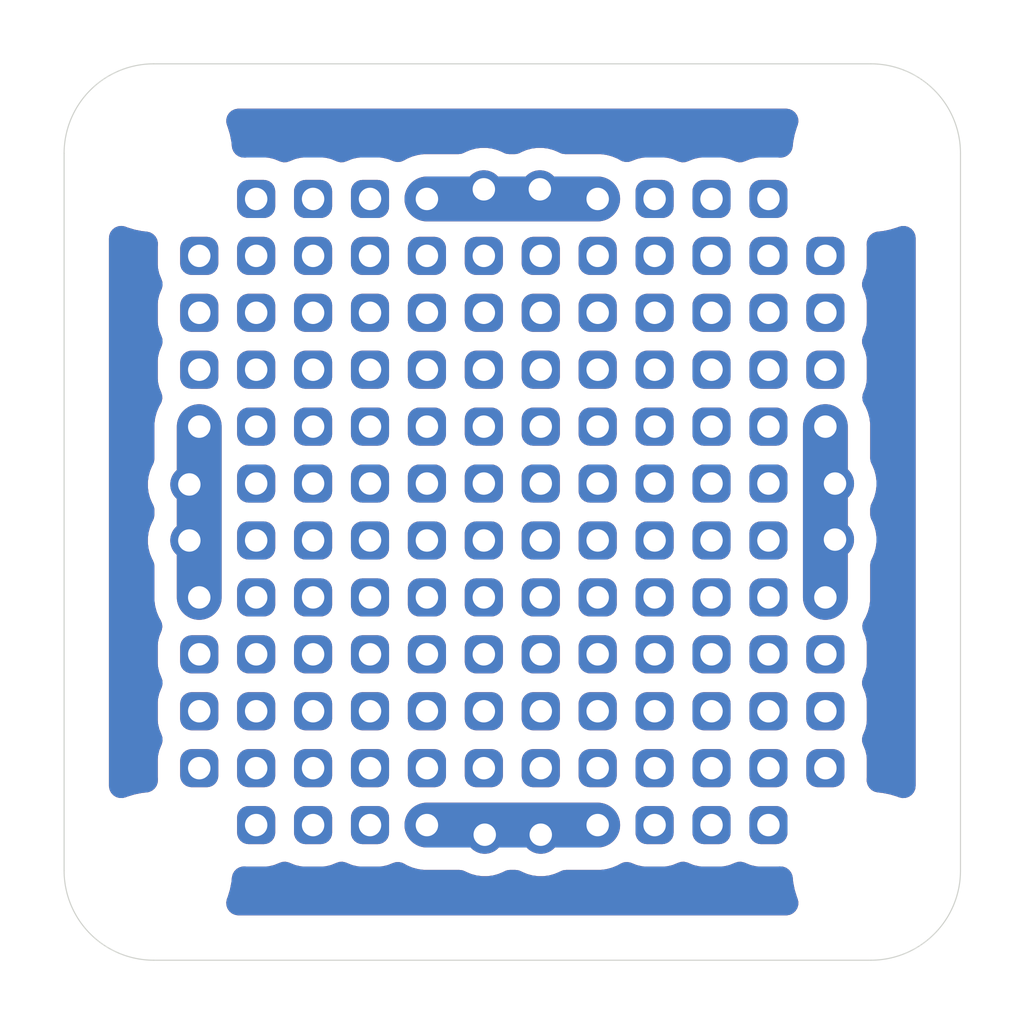
<source format=kicad_pcb>
(kicad_pcb (version 20241229) (generator "pcbnew") (generator_version "9.0")
  (layers (0 "F.Cu" signal) (2 "B.Cu" signal) (13 "F.Paste" user) (15 "B.Paste" user) (5 "F.SilkS" user "F.Silkscreen") (7 "B.SilkS" user "B.Silkscreen") (1 "F.Mask" user) (3 "B.Mask" user) (25 "Edge.Cuts" user))
  (net 0 "")
  (net 125 "Net-(J1-Pin_1)")
  (net 126 "Net-(J4-Pin_1)")
  (net 127 "Net-(J10-Pin_1)")
  (net 128 "Net-(J139-Pin_1)")
  (footprint "EASYEDA2KICAD:Magnetic_Connector_1x02_P2.5mm_Horizontal_round-ears" (layer "F.Cu") (at 32.5125 18 90)
    (property "Reference" "J2" (hide yes))
    (property "Value" "Conn_01x02_Pin")
    (pad "1" thru_hole circle (at -0.1 -1.27 90) (size 1.7 1.7) (drill 1) (layers "*.Cu" "*.Mask") (net 127 "Net-(J10-Pin_1)"))
    (pad "2" thru_hole oval (at -0.1 1.23 90) (size 1.7 1.7) (drill 1) (layers "*.Cu" "*.Mask") (net 127 "Net-(J10-Pin_1)"))
  )
  (footprint "EASYEDA2KICAD:MountingHole_3.0mm_M3_tight" (layer "F.Cu") (at 48.5125 48.5 -90)
    (property "Reference" "H3" (hide yes))
    (property "Value" "MH M3")
    (pad "" np_thru_hole circle (at 0 0 270) (size 3 3) (drill 3) (layers "*.Cu" "*.Mask"))
  )
  (footprint "EASYEDA2KICAD:Magnetic_Connector_1x02_P2.5mm_Horizontal_round-ears" (layer "F.Cu") (at 47.0125 32.5)
    (property "Reference" "J4" (hide yes))
    (property "Value" "Conn_01x02_Pin")
    (pad "1" thru_hole circle (at -0.1 -1.27) (size 1.7 1.7) (drill 1) (layers "*.Cu" "*.Mask") (net 126 "Net-(J4-Pin_1)"))
    (pad "2" thru_hole oval (at -0.1 1.23) (size 1.7 1.7) (drill 1) (layers "*.Cu" "*.Mask") (net 126 "Net-(J4-Pin_1)"))
  )
  (footprint "EASYEDA2KICAD:MountingHole_3.0mm_M3_tight" (layer "F.Cu") (at 48.5125 16.5 -90)
    (property "Reference" "H1" (hide yes))
    (property "Value" "MH M3")
    (pad "" np_thru_hole circle (at 0 0 270) (size 3 3) (drill 3) (layers "*.Cu" "*.Mask"))
  )
  (footprint "EASYEDA2KICAD:MountingHole_3.0mm_M3_tight" (layer "F.Cu") (at 16.5125 48.5 -90)
    (property "Reference" "H4" (hide yes))
    (property "Value" "MH M3")
    (pad "" np_thru_hole circle (at 0 0 270) (size 3 3) (drill 3) (layers "*.Cu" "*.Mask"))
  )
  (footprint "EASYEDA2KICAD:Magnetic_Connector_1x02_P2.5mm_Horizontal_round-ears" (layer "F.Cu") (at 18 32.5 180)
    (property "Reference" "J1" (hide yes))
    (property "Value" "Conn_01x02_Pin")
    (pad "1" thru_hole circle (at -0.1 -1.27 180) (size 1.7 1.7) (drill 1) (layers "*.Cu" "*.Mask") (net 125 "Net-(J1-Pin_1)"))
    (pad "2" thru_hole oval (at -0.1 1.23 180) (size 1.7 1.7) (drill 1) (layers "*.Cu" "*.Mask") (net 125 "Net-(J1-Pin_1)"))
  )
  (footprint "EASYEDA2KICAD:MountingHole_3.0mm_M3_tight" (layer "F.Cu") (at 16.5125 16.5 -90)
    (property "Reference" "H2" (hide yes))
    (property "Value" "MH M3")
    (pad "" np_thru_hole circle (at 0 0 270) (size 3 3) (drill 3) (layers "*.Cu" "*.Mask"))
  )
  (footprint "EASYEDA2KICAD:Magnetic_Connector_1x02_P2.5mm_Horizontal_round-ears" (layer "F.Cu") (at 32.5125 47 -90)
    (property "Reference" "J3" (hide yes))
    (property "Value" "Conn_01x02_Pin")
    (pad "1" thru_hole circle (at -0.1 -1.27 270) (size 1.7 1.7) (drill 1) (layers "*.Cu" "*.Mask") (net 128 "Net-(J139-Pin_1)"))
    (pad "2" thru_hole oval (at -0.1 1.23 270) (size 1.7 1.7) (drill 1) (layers "*.Cu" "*.Mask") (net 128 "Net-(J139-Pin_1)"))
  )
  (footprint "EASYEDA2KICAD:THTPad_for-2.54mm-breadboard" (layer "B.Cu") (at 38.8625 43.93 180)
    (property "Reference" "J126" (hide yes))
    (property "Value" "Conn_01x01_Socket")
    (pad "1" thru_hole roundrect (at 0 0 180) (size 1.7 1.7) (drill 1) (layers "*.Cu" "*.Mask") (roundrect_rratio 0.3))
  )
  (footprint "EASYEDA2KICAD:THTPad_for-2.54mm-breadboard" (layer "B.Cu") (at 28.7025 31.23 180)
    (property "Reference" "J70" (hide yes))
    (property "Value" "Conn_01x01_Socket")
    (pad "1" thru_hole roundrect (at 0 0 180) (size 1.7 1.7) (drill 1) (layers "*.Cu" "*.Mask") (roundrect_rratio 0.3))
  )
  (footprint "EASYEDA2KICAD:THTPad_for-2.54mm-breadboard" (layer "B.Cu") (at 21.0825 21.07 180)
    (property "Reference" "J25" (hide yes))
    (property "Value" "Conn_01x01_Socket")
    (pad "1" thru_hole roundrect (at 0 0 180) (size 1.7 1.7) (drill 1) (layers "*.Cu" "*.Mask") (roundrect_rratio 0.3))
  )
  (footprint "EASYEDA2KICAD:THTPad_for-2.54mm-breadboard" (layer "B.Cu") (at 28.7025 21.07 180)
    (property "Reference" "J22" (hide yes))
    (property "Value" "Conn_01x01_Socket")
    (pad "1" thru_hole roundrect (at 0 0 180) (size 1.7 1.7) (drill 1) (layers "*.Cu" "*.Mask") (roundrect_rratio 0.3))
  )
  (footprint "EASYEDA2KICAD:THTPad_for-2.54mm-breadboard" (layer "B.Cu") (at 43.9425 38.85 180)
    (property "Reference" "J100" (hide yes))
    (property "Value" "Conn_01x01_Socket")
    (pad "1" thru_hole roundrect (at 0 0 180) (size 1.7 1.7) (drill 1) (layers "*.Cu" "*.Mask") (roundrect_rratio 0.3))
  )
  (footprint "EASYEDA2KICAD:THTPad_for-2.54mm-breadboard" (layer "B.Cu") (at 23.6225 38.85 180)
    (property "Reference" "J108" (hide yes))
    (property "Value" "Conn_01x01_Socket")
    (pad "1" thru_hole roundrect (at 0 0 180) (size 1.7 1.7) (drill 1) (layers "*.Cu" "*.Mask") (roundrect_rratio 0.3))
  )
  (footprint "EASYEDA2KICAD:THTPad_for-2.54mm-breadboard" (layer "B.Cu") (at 36.3225 46.47 180)
    (property "Reference" "J139" (hide yes))
    (property "Value" "Conn_01x01_Socket")
    (pad "1" thru_hole roundrect (at 0 0 180) (size 1.7 1.7) (drill 1) (layers "*.Cu" "*.Mask") (roundrect_rratio 0.3) (net 128 "Net-(J139-Pin_1)"))
  )
  (footprint "EASYEDA2KICAD:THTPad_for-2.54mm-breadboard" (layer "B.Cu") (at 31.2425 26.15 180)
    (property "Reference" "J45" (hide yes))
    (property "Value" "Conn_01x01_Socket")
    (pad "1" thru_hole roundrect (at 0 0 180) (size 1.7 1.7) (drill 1) (layers "*.Cu" "*.Mask") (roundrect_rratio 0.3))
  )
  (footprint "EASYEDA2KICAD:THTPad_for-2.54mm-breadboard" (layer "B.Cu") (at 36.3225 21.07 180)
    (property "Reference" "J19" (hide yes))
    (property "Value" "Conn_01x01_Socket")
    (pad "1" thru_hole roundrect (at 0 0 180) (size 1.7 1.7) (drill 1) (layers "*.Cu" "*.Mask") (roundrect_rratio 0.3))
  )
  (footprint "EASYEDA2KICAD:THTPad_for-2.54mm-breadboard" (layer "B.Cu") (at 38.8625 36.31 180)
    (property "Reference" "J90" (hide yes))
    (property "Value" "Conn_01x01_Socket")
    (pad "1" thru_hole roundrect (at 0 0 180) (size 1.7 1.7) (drill 1) (layers "*.Cu" "*.Mask") (roundrect_rratio 0.3))
  )
  (footprint "EASYEDA2KICAD:THTPad_for-2.54mm-breadboard" (layer "B.Cu") (at 43.9425 23.61 180)
    (property "Reference" "J28" (hide yes))
    (property "Value" "Conn_01x01_Socket")
    (pad "1" thru_hole roundrect (at 0 0 180) (size 1.7 1.7) (drill 1) (layers "*.Cu" "*.Mask") (roundrect_rratio 0.3))
  )
  (footprint "EASYEDA2KICAD:THTPad_for-2.54mm-breadboard" (layer "B.Cu") (at 41.4025 23.61 180)
    (property "Reference" "J29" (hide yes))
    (property "Value" "Conn_01x01_Socket")
    (pad "1" thru_hole roundrect (at 0 0 180) (size 1.7 1.7) (drill 1) (layers "*.Cu" "*.Mask") (roundrect_rratio 0.3))
  )
  (footprint "EASYEDA2KICAD:THTPad_for-2.54mm-breadboard" (layer "B.Cu") (at 38.8625 23.61 180)
    (property "Reference" "J30" (hide yes))
    (property "Value" "Conn_01x01_Socket")
    (pad "1" thru_hole roundrect (at 0 0 180) (size 1.7 1.7) (drill 1) (layers "*.Cu" "*.Mask") (roundrect_rratio 0.3))
  )
  (footprint "EASYEDA2KICAD:THTPad_for-2.54mm-breadboard" (layer "B.Cu") (at 18.5425 28.69 180)
    (property "Reference" "J62" (hide yes))
    (property "Value" "Conn_01x01_Socket")
    (pad "1" thru_hole roundrect (at 0 0 180) (size 1.7 1.7) (drill 1) (layers "*.Cu" "*.Mask") (roundrect_rratio 0.3) (net 125 "Net-(J1-Pin_1)"))
  )
  (footprint "EASYEDA2KICAD:THTPad_for-2.54mm-breadboard" (layer "B.Cu") (at 26.1625 21.07 180)
    (property "Reference" "J23" (hide yes))
    (property "Value" "Conn_01x01_Socket")
    (pad "1" thru_hole roundrect (at 0 0 180) (size 1.7 1.7) (drill 1) (layers "*.Cu" "*.Mask") (roundrect_rratio 0.3))
  )
  (footprint "EASYEDA2KICAD:THTPad_for-2.54mm-breadboard" (layer "B.Cu") (at 21.0825 41.39 180)
    (property "Reference" "J121" (hide yes))
    (property "Value" "Conn_01x01_Socket")
    (pad "1" thru_hole roundrect (at 0 0 180) (size 1.7 1.7) (drill 1) (layers "*.Cu" "*.Mask") (roundrect_rratio 0.3))
  )
  (footprint "EASYEDA2KICAD:THTPad_for-2.54mm-breadboard" (layer "B.Cu") (at 36.3225 23.61 180)
    (property "Reference" "J31" (hide yes))
    (property "Value" "Conn_01x01_Socket")
    (pad "1" thru_hole roundrect (at 0 0 180) (size 1.7 1.7) (drill 1) (layers "*.Cu" "*.Mask") (roundrect_rratio 0.3))
  )
  (footprint "EASYEDA2KICAD:THTPad_for-2.54mm-breadboard" (layer "B.Cu") (at 46.4825 23.61 180)
    (property "Reference" "J27" (hide yes))
    (property "Value" "Conn_01x01_Socket")
    (pad "1" thru_hole roundrect (at 0 0 180) (size 1.7 1.7) (drill 1) (layers "*.Cu" "*.Mask") (roundrect_rratio 0.3))
  )
  (footprint "EASYEDA2KICAD:THTPad_for-2.54mm-breadboard" (layer "B.Cu") (at 33.7825 41.39 180)
    (property "Reference" "J116" (hide yes))
    (property "Value" "Conn_01x01_Socket")
    (pad "1" thru_hole roundrect (at 0 0 180) (size 1.7 1.7) (drill 1) (layers "*.Cu" "*.Mask") (roundrect_rratio 0.3))
  )
  (footprint "EASYEDA2KICAD:THTPad_for-2.54mm-breadboard" (layer "B.Cu") (at 38.8625 33.77 180)
    (property "Reference" "J78" (hide yes))
    (property "Value" "Conn_01x01_Socket")
    (pad "1" thru_hole roundrect (at 0 0 180) (size 1.7 1.7) (drill 1) (layers "*.Cu" "*.Mask") (roundrect_rratio 0.3))
  )
  (footprint "EASYEDA2KICAD:THTPad_for-2.54mm-breadboard" (layer "B.Cu") (at 38.8625 18.53 180)
    (property "Reference" "J6" (hide yes))
    (property "Value" "Conn_01x01_Socket")
    (pad "1" thru_hole roundrect (at 0 0 180) (size 1.7 1.7) (drill 1) (layers "*.Cu" "*.Mask") (roundrect_rratio 0.3))
  )
  (footprint "EASYEDA2KICAD:THTPad_for-2.54mm-breadboard" (layer "B.Cu") (at 23.6225 43.93 180)
    (property "Reference" "J132" (hide yes))
    (property "Value" "Conn_01x01_Socket")
    (pad "1" thru_hole roundrect (at 0 0 180) (size 1.7 1.7) (drill 1) (layers "*.Cu" "*.Mask") (roundrect_rratio 0.3))
  )
  (footprint "EASYEDA2KICAD:THTPad_for-2.54mm-breadboard" (layer "B.Cu") (at 36.3225 28.69 180)
    (property "Reference" "J55" (hide yes))
    (property "Value" "Conn_01x01_Socket")
    (pad "1" thru_hole roundrect (at 0 0 180) (size 1.7 1.7) (drill 1) (layers "*.Cu" "*.Mask") (roundrect_rratio 0.3))
  )
  (footprint "EASYEDA2KICAD:THTPad_for-2.54mm-breadboard" (layer "B.Cu") (at 31.2425 33.77 180)
    (property "Reference" "J81" (hide yes))
    (property "Value" "Conn_01x01_Socket")
    (pad "1" thru_hole roundrect (at 0 0 180) (size 1.7 1.7) (drill 1) (layers "*.Cu" "*.Mask") (roundrect_rratio 0.3))
  )
  (footprint "EASYEDA2KICAD:THTPad_for-2.54mm-breadboard" (layer "B.Cu") (at 23.6225 28.69 180)
    (property "Reference" "J60" (hide yes))
    (property "Value" "Conn_01x01_Socket")
    (pad "1" thru_hole roundrect (at 0 0 180) (size 1.7 1.7) (drill 1) (layers "*.Cu" "*.Mask") (roundrect_rratio 0.3))
  )
  (footprint "EASYEDA2KICAD:THTPad_for-2.54mm-breadboard" (layer "B.Cu") (at 21.0825 43.93 180)
    (property "Reference" "J133" (hide yes))
    (property "Value" "Conn_01x01_Socket")
    (pad "1" thru_hole roundrect (at 0 0 180) (size 1.7 1.7) (drill 1) (layers "*.Cu" "*.Mask") (roundrect_rratio 0.3))
  )
  (footprint "EASYEDA2KICAD:THTPad_for-2.54mm-breadboard" (layer "B.Cu") (at 28.7025 28.69 180)
    (property "Reference" "J58" (hide yes))
    (property "Value" "Conn_01x01_Socket")
    (pad "1" thru_hole roundrect (at 0 0 180) (size 1.7 1.7) (drill 1) (layers "*.Cu" "*.Mask") (roundrect_rratio 0.3))
  )
  (footprint "EASYEDA2KICAD:THTPad_for-2.54mm-breadboard" (layer "B.Cu") (at 43.9425 43.93 180)
    (property "Reference" "J124" (hide yes))
    (property "Value" "Conn_01x01_Socket")
    (pad "1" thru_hole roundrect (at 0 0 180) (size 1.7 1.7) (drill 1) (layers "*.Cu" "*.Mask") (roundrect_rratio 0.3))
  )
  (footprint "EASYEDA2KICAD:THTPad_for-2.54mm-breadboard" (layer "B.Cu") (at 36.3225 26.15 180)
    (property "Reference" "J43" (hide yes))
    (property "Value" "Conn_01x01_Socket")
    (pad "1" thru_hole roundrect (at 0 0 180) (size 1.7 1.7) (drill 1) (layers "*.Cu" "*.Mask") (roundrect_rratio 0.3))
  )
  (footprint "EASYEDA2KICAD:THTPad_for-2.54mm-breadboard" (layer "B.Cu") (at 41.4025 36.31 180)
    (property "Reference" "J89" (hide yes))
    (property "Value" "Conn_01x01_Socket")
    (pad "1" thru_hole roundrect (at 0 0 180) (size 1.7 1.7) (drill 1) (layers "*.Cu" "*.Mask") (roundrect_rratio 0.3))
  )
  (footprint "EASYEDA2KICAD:THTPad_for-2.54mm-breadboard" (layer "B.Cu") (at 46.4825 38.85 180)
    (property "Reference" "J99" (hide yes))
    (property "Value" "Conn_01x01_Socket")
    (pad "1" thru_hole roundrect (at 0 0 180) (size 1.7 1.7) (drill 1) (layers "*.Cu" "*.Mask") (roundrect_rratio 0.3))
  )
  (footprint "EASYEDA2KICAD:THTPad_for-2.54mm-breadboard" (layer "B.Cu") (at 18.5425 21.07 180)
    (property "Reference" "J26" (hide yes))
    (property "Value" "Conn_01x01_Socket")
    (pad "1" thru_hole roundrect (at 0 0 180) (size 1.7 1.7) (drill 1) (layers "*.Cu" "*.Mask") (roundrect_rratio 0.3))
  )
  (footprint "EASYEDA2KICAD:THTPad_for-2.54mm-breadboard" (layer "B.Cu") (at 31.2425 31.23 180)
    (property "Reference" "J69" (hide yes))
    (property "Value" "Conn_01x01_Socket")
    (pad "1" thru_hole roundrect (at 0 0 180) (size 1.7 1.7) (drill 1) (layers "*.Cu" "*.Mask") (roundrect_rratio 0.3))
  )
  (footprint "EASYEDA2KICAD:THTPad_for-2.54mm-breadboard" (layer "B.Cu") (at 26.1625 33.77 180)
    (property "Reference" "J83" (hide yes))
    (property "Value" "Conn_01x01_Socket")
    (pad "1" thru_hole roundrect (at 0 0 180) (size 1.7 1.7) (drill 1) (layers "*.Cu" "*.Mask") (roundrect_rratio 0.3))
  )
  (footprint "EASYEDA2KICAD:THTPad_for-2.54mm-breadboard" (layer "B.Cu") (at 26.1625 23.61 180)
    (property "Reference" "J35" (hide yes))
    (property "Value" "Conn_01x01_Socket")
    (pad "1" thru_hole roundrect (at 0 0 180) (size 1.7 1.7) (drill 1) (layers "*.Cu" "*.Mask") (roundrect_rratio 0.3))
  )
  (footprint "EASYEDA2KICAD:THTPad_for-2.54mm-breadboard" (layer "B.Cu") (at 31.2425 43.93 180)
    (property "Reference" "J129" (hide yes))
    (property "Value" "Conn_01x01_Socket")
    (pad "1" thru_hole roundrect (at 0 0 180) (size 1.7 1.7) (drill 1) (layers "*.Cu" "*.Mask") (roundrect_rratio 0.3))
  )
  (footprint "EASYEDA2KICAD:THTPad_for-2.54mm-breadboard" (layer "B.Cu") (at 31.2425 38.85 180)
    (property "Reference" "J105" (hide yes))
    (property "Value" "Conn_01x01_Socket")
    (pad "1" thru_hole roundrect (at 0 0 180) (size 1.7 1.7) (drill 1) (layers "*.Cu" "*.Mask") (roundrect_rratio 0.3))
  )
  (footprint "EASYEDA2KICAD:THTPad_for-2.54mm-breadboard" (layer "B.Cu") (at 23.6225 46.47 180)
    (property "Reference" "J144" (hide yes))
    (property "Value" "Conn_01x01_Socket")
    (pad "1" thru_hole roundrect (at 0 0 180) (size 1.7 1.7) (drill 1) (layers "*.Cu" "*.Mask") (roundrect_rratio 0.3))
  )
  (footprint "EASYEDA2KICAD:THTPad_for-2.54mm-breadboard" (layer "B.Cu") (at 38.8625 46.47 180)
    (property "Reference" "J138" (hide yes))
    (property "Value" "Conn_01x01_Socket")
    (pad "1" thru_hole roundrect (at 0 0 180) (size 1.7 1.7) (drill 1) (layers "*.Cu" "*.Mask") (roundrect_rratio 0.3))
  )
  (footprint "EASYEDA2KICAD:THTPad_for-2.54mm-breadboard" (layer "B.Cu") (at 28.7025 23.61 180)
    (property "Reference" "J34" (hide yes))
    (property "Value" "Conn_01x01_Socket")
    (pad "1" thru_hole roundrect (at 0 0 180) (size 1.7 1.7) (drill 1) (layers "*.Cu" "*.Mask") (roundrect_rratio 0.3))
  )
  (footprint "EASYEDA2KICAD:THTPad_for-2.54mm-breadboard" (layer "B.Cu") (at 21.0825 18.53 180)
    (property "Reference" "J13" (hide yes))
    (property "Value" "Conn_01x01_Socket")
    (pad "1" thru_hole roundrect (at 0 0 180) (size 1.7 1.7) (drill 1) (layers "*.Cu" "*.Mask") (roundrect_rratio 0.3))
  )
  (footprint "EASYEDA2KICAD:THTPad_for-2.54mm-breadboard" (layer "B.Cu") (at 41.4025 18.53 180)
    (property "Reference" "J5" (hide yes))
    (property "Value" "Conn_01x01_Socket")
    (pad "1" thru_hole roundrect (at 0 0 180) (size 1.7 1.7) (drill 1) (layers "*.Cu" "*.Mask") (roundrect_rratio 0.3))
  )
  (footprint "EASYEDA2KICAD:THTPad_for-2.54mm-breadboard" (layer "B.Cu") (at 41.4025 28.69 180)
    (property "Reference" "J53" (hide yes))
    (property "Value" "Conn_01x01_Socket")
    (pad "1" thru_hole roundrect (at 0 0 180) (size 1.7 1.7) (drill 1) (layers "*.Cu" "*.Mask") (roundrect_rratio 0.3))
  )
  (footprint "EASYEDA2KICAD:THTPad_for-2.54mm-breadboard" (layer "B.Cu") (at 21.0825 46.47 180)
    (property "Reference" "J145" (hide yes))
    (property "Value" "Conn_01x01_Socket")
    (pad "1" thru_hole roundrect (at 0 0 180) (size 1.7 1.7) (drill 1) (layers "*.Cu" "*.Mask") (roundrect_rratio 0.3))
  )
  (footprint "EASYEDA2KICAD:THTPad_for-2.54mm-breadboard" (layer "B.Cu") (at 26.1625 46.47 180)
    (property "Reference" "J143" (hide yes))
    (property "Value" "Conn_01x01_Socket")
    (pad "1" thru_hole roundrect (at 0 0 180) (size 1.7 1.7) (drill 1) (layers "*.Cu" "*.Mask") (roundrect_rratio 0.3))
  )
  (footprint "EASYEDA2KICAD:THTPad_for-2.54mm-breadboard" (layer "B.Cu") (at 21.0825 36.31 180)
    (property "Reference" "J97" (hide yes))
    (property "Value" "Conn_01x01_Socket")
    (pad "1" thru_hole roundrect (at 0 0 180) (size 1.7 1.7) (drill 1) (layers "*.Cu" "*.Mask") (roundrect_rratio 0.3))
  )
  (footprint "EASYEDA2KICAD:THTPad_for-2.54mm-breadboard" (layer "B.Cu") (at 18.5425 26.15 180)
    (property "Reference" "J50" (hide yes))
    (property "Value" "Conn_01x01_Socket")
    (pad "1" thru_hole roundrect (at 0 0 180) (size 1.7 1.7) (drill 1) (layers "*.Cu" "*.Mask") (roundrect_rratio 0.3))
  )
  (footprint "EASYEDA2KICAD:THTPad_for-2.54mm-breadboard" (layer "B.Cu") (at 43.9425 33.77 180)
    (property "Reference" "J76" (hide yes))
    (property "Value" "Conn_01x01_Socket")
    (pad "1" thru_hole roundrect (at 0 0 180) (size 1.7 1.7) (drill 1) (layers "*.Cu" "*.Mask") (roundrect_rratio 0.3))
  )
  (footprint "EASYEDA2KICAD:THTPad_for-2.54mm-breadboard" (layer "B.Cu") (at 26.1625 26.15 180)
    (property "Reference" "J47" (hide yes))
    (property "Value" "Conn_01x01_Socket")
    (pad "1" thru_hole roundrect (at 0 0 180) (size 1.7 1.7) (drill 1) (layers "*.Cu" "*.Mask") (roundrect_rratio 0.3))
  )
  (footprint "EASYEDA2KICAD:THTPad_for-2.54mm-breadboard" (layer "B.Cu") (at 36.3225 41.39 180)
    (property "Reference" "J115" (hide yes))
    (property "Value" "Conn_01x01_Socket")
    (pad "1" thru_hole roundrect (at 0 0 180) (size 1.7 1.7) (drill 1) (layers "*.Cu" "*.Mask") (roundrect_rratio 0.3))
  )
  (footprint "EASYEDA2KICAD:THTPad_for-2.54mm-breadboard" (layer "B.Cu") (at 26.1625 36.31 180)
    (property "Reference" "J95" (hide yes))
    (property "Value" "Conn_01x01_Socket")
    (pad "1" thru_hole roundrect (at 0 0 180) (size 1.7 1.7) (drill 1) (layers "*.Cu" "*.Mask") (roundrect_rratio 0.3))
  )
  (footprint "EASYEDA2KICAD:THTPad_for-2.54mm-breadboard" (layer "B.Cu") (at 21.0825 23.61 180)
    (property "Reference" "J37" (hide yes))
    (property "Value" "Conn_01x01_Socket")
    (pad "1" thru_hole roundrect (at 0 0 180) (size 1.7 1.7) (drill 1) (layers "*.Cu" "*.Mask") (roundrect_rratio 0.3))
  )
  (footprint "EASYEDA2KICAD:THTPad_for-2.54mm-breadboard" (layer "B.Cu") (at 23.6225 36.31 180)
    (property "Reference" "J96" (hide yes))
    (property "Value" "Conn_01x01_Socket")
    (pad "1" thru_hole roundrect (at 0 0 180) (size 1.7 1.7) (drill 1) (layers "*.Cu" "*.Mask") (roundrect_rratio 0.3))
  )
  (footprint "EASYEDA2KICAD:THTPad_for-2.54mm-breadboard" (layer "B.Cu") (at 18.5425 36.31 180)
    (property "Reference" "J98" (hide yes))
    (property "Value" "Conn_01x01_Socket")
    (pad "1" thru_hole roundrect (at 0 0 180) (size 1.7 1.7) (drill 1) (layers "*.Cu" "*.Mask") (roundrect_rratio 0.3) (net 125 "Net-(J1-Pin_1)"))
  )
  (footprint "EASYEDA2KICAD:THTPad_for-2.54mm-breadboard" (layer "B.Cu") (at 21.0825 26.15 180)
    (property "Reference" "J49" (hide yes))
    (property "Value" "Conn_01x01_Socket")
    (pad "1" thru_hole roundrect (at 0 0 180) (size 1.7 1.7) (drill 1) (layers "*.Cu" "*.Mask") (roundrect_rratio 0.3))
  )
  (footprint "EASYEDA2KICAD:THTPad_for-2.54mm-breadboard" (layer "B.Cu") (at 43.9425 46.47 180)
    (property "Reference" "J136" (hide yes))
    (property "Value" "Conn_01x01_Socket")
    (pad "1" thru_hole roundrect (at 0 0 180) (size 1.7 1.7) (drill 1) (layers "*.Cu" "*.Mask") (roundrect_rratio 0.3))
  )
  (footprint "EASYEDA2KICAD:THTPad_for-2.54mm-breadboard" (layer "B.Cu") (at 33.7825 21.07 180)
    (property "Reference" "J20" (hide yes))
    (property "Value" "Conn_01x01_Socket")
    (pad "1" thru_hole roundrect (at 0 0 180) (size 1.7 1.7) (drill 1) (layers "*.Cu" "*.Mask") (roundrect_rratio 0.3))
  )
  (footprint "EASYEDA2KICAD:THTPad_for-2.54mm-breadboard" (layer "B.Cu") (at 26.1625 28.69 180)
    (property "Reference" "J59" (hide yes))
    (property "Value" "Conn_01x01_Socket")
    (pad "1" thru_hole roundrect (at 0 0 180) (size 1.7 1.7) (drill 1) (layers "*.Cu" "*.Mask") (roundrect_rratio 0.3))
  )
  (footprint "EASYEDA2KICAD:THTPad_for-2.54mm-breadboard" (layer "B.Cu") (at 38.8625 26.15 180)
    (property "Reference" "J42" (hide yes))
    (property "Value" "Conn_01x01_Socket")
    (pad "1" thru_hole roundrect (at 0 0 180) (size 1.7 1.7) (drill 1) (layers "*.Cu" "*.Mask") (roundrect_rratio 0.3))
  )
  (footprint "EASYEDA2KICAD:THTPad_for-2.54mm-breadboard" (layer "B.Cu") (at 46.4825 26.15 180)
    (property "Reference" "J39" (hide yes))
    (property "Value" "Conn_01x01_Socket")
    (pad "1" thru_hole roundrect (at 0 0 180) (size 1.7 1.7) (drill 1) (layers "*.Cu" "*.Mask") (roundrect_rratio 0.3))
  )
  (footprint "EASYEDA2KICAD:THTPad_for-2.54mm-breadboard" (layer "B.Cu") (at 26.1625 31.23 180)
    (property "Reference" "J71" (hide yes))
    (property "Value" "Conn_01x01_Socket")
    (pad "1" thru_hole roundrect (at 0 0 180) (size 1.7 1.7) (drill 1) (layers "*.Cu" "*.Mask") (roundrect_rratio 0.3))
  )
  (footprint "EASYEDA2KICAD:THTPad_for-2.54mm-breadboard" (layer "B.Cu") (at 43.9425 21.07 180)
    (property "Reference" "J16" (hide yes))
    (property "Value" "Conn_01x01_Socket")
    (pad "1" thru_hole roundrect (at 0 0 180) (size 1.7 1.7) (drill 1) (layers "*.Cu" "*.Mask") (roundrect_rratio 0.3))
  )
  (footprint "EASYEDA2KICAD:THTPad_for-2.54mm-breadboard" (layer "B.Cu") (at 38.8625 21.07 180)
    (property "Reference" "J18" (hide yes))
    (property "Value" "Conn_01x01_Socket")
    (pad "1" thru_hole roundrect (at 0 0 180) (size 1.7 1.7) (drill 1) (layers "*.Cu" "*.Mask") (roundrect_rratio 0.3))
  )
  (footprint "EASYEDA2KICAD:THTPad_for-2.54mm-breadboard" (layer "B.Cu") (at 43.9425 28.69 180)
    (property "Reference" "J52" (hide yes))
    (property "Value" "Conn_01x01_Socket")
    (pad "1" thru_hole roundrect (at 0 0 180) (size 1.7 1.7) (drill 1) (layers "*.Cu" "*.Mask") (roundrect_rratio 0.3))
  )
  (footprint "EASYEDA2KICAD:THTPad_for-2.54mm-breadboard" (layer "B.Cu") (at 28.7025 33.77 180)
    (property "Reference" "J82" (hide yes))
    (property "Value" "Conn_01x01_Socket")
    (pad "1" thru_hole roundrect (at 0 0 180) (size 1.7 1.7) (drill 1) (layers "*.Cu" "*.Mask") (roundrect_rratio 0.3))
  )
  (footprint "EASYEDA2KICAD:THTPad_for-2.54mm-breadboard" (layer "B.Cu") (at 26.1625 43.93 180)
    (property "Reference" "J131" (hide yes))
    (property "Value" "Conn_01x01_Socket")
    (pad "1" thru_hole roundrect (at 0 0 180) (size 1.7 1.7) (drill 1) (layers "*.Cu" "*.Mask") (roundrect_rratio 0.3))
  )
  (footprint "EASYEDA2KICAD:THTPad_for-2.54mm-breadboard" (layer "B.Cu") (at 43.9425 18.53 180)
    (property "Reference" "J146" (hide yes))
    (property "Value" "Conn_01x01_Socket")
    (pad "1" thru_hole roundrect (at 0 0 180) (size 1.7 1.7) (drill 1) (layers "*.Cu" "*.Mask") (roundrect_rratio 0.3))
  )
  (footprint "EASYEDA2KICAD:THTPad_for-2.54mm-breadboard" (layer "B.Cu") (at 41.4025 46.47 180)
    (property "Reference" "J137" (hide yes))
    (property "Value" "Conn_01x01_Socket")
    (pad "1" thru_hole roundrect (at 0 0 180) (size 1.7 1.7) (drill 1) (layers "*.Cu" "*.Mask") (roundrect_rratio 0.3))
  )
  (footprint "EASYEDA2KICAD:THTPad_for-2.54mm-breadboard" (layer "B.Cu") (at 46.4825 36.31 180)
    (property "Reference" "J87" (hide yes))
    (property "Value" "Conn_01x01_Socket")
    (pad "1" thru_hole roundrect (at 0 0 180) (size 1.7 1.7) (drill 1) (layers "*.Cu" "*.Mask") (roundrect_rratio 0.3) (net 126 "Net-(J4-Pin_1)"))
  )
  (footprint "EASYEDA2KICAD:THTPad_for-2.54mm-breadboard" (layer "B.Cu") (at 28.7025 38.85 180)
    (property "Reference" "J106" (hide yes))
    (property "Value" "Conn_01x01_Socket")
    (pad "1" thru_hole roundrect (at 0 0 180) (size 1.7 1.7) (drill 1) (layers "*.Cu" "*.Mask") (roundrect_rratio 0.3))
  )
  (footprint "EASYEDA2KICAD:THTPad_for-2.54mm-breadboard" (layer "B.Cu") (at 41.4025 43.93 180)
    (property "Reference" "J125" (hide yes))
    (property "Value" "Conn_01x01_Socket")
    (pad "1" thru_hole roundrect (at 0 0 180) (size 1.7 1.7) (drill 1) (layers "*.Cu" "*.Mask") (roundrect_rratio 0.3))
  )
  (footprint "EASYEDA2KICAD:THTPad_for-2.54mm-breadboard" (layer "B.Cu") (at 33.7825 26.15 180)
    (property "Reference" "J44" (hide yes))
    (property "Value" "Conn_01x01_Socket")
    (pad "1" thru_hole roundrect (at 0 0 180) (size 1.7 1.7) (drill 1) (layers "*.Cu" "*.Mask") (roundrect_rratio 0.3))
  )
  (footprint "EASYEDA2KICAD:THTPad_for-2.54mm-breadboard" (layer "B.Cu") (at 21.0825 31.23 180)
    (property "Reference" "J73" (hide yes))
    (property "Value" "Conn_01x01_Socket")
    (pad "1" thru_hole roundrect (at 0 0 180) (size 1.7 1.7) (drill 1) (layers "*.Cu" "*.Mask") (roundrect_rratio 0.3))
  )
  (footprint "EASYEDA2KICAD:THTPad_for-2.54mm-breadboard" (layer "B.Cu") (at 31.2425 21.07 180)
    (property "Reference" "J21" (hide yes))
    (property "Value" "Conn_01x01_Socket")
    (pad "1" thru_hole roundrect (at 0 0 180) (size 1.7 1.7) (drill 1) (layers "*.Cu" "*.Mask") (roundrect_rratio 0.3))
  )
  (footprint "EASYEDA2KICAD:THTPad_for-2.54mm-breadboard" (layer "B.Cu") (at 23.6225 18.53 180)
    (property "Reference" "J12" (hide yes))
    (property "Value" "Conn_01x01_Socket")
    (pad "1" thru_hole roundrect (at 0 0 180) (size 1.7 1.7) (drill 1) (layers "*.Cu" "*.Mask") (roundrect_rratio 0.3))
  )
  (footprint "EASYEDA2KICAD:THTPad_for-2.54mm-breadboard" (layer "B.Cu") (at 31.2425 36.31 180)
    (property "Reference" "J93" (hide yes))
    (property "Value" "Conn_01x01_Socket")
    (pad "1" thru_hole roundrect (at 0 0 180) (size 1.7 1.7) (drill 1) (layers "*.Cu" "*.Mask") (roundrect_rratio 0.3))
  )
  (footprint "EASYEDA2KICAD:THTPad_for-2.54mm-breadboard" (layer "B.Cu") (at 33.7825 31.23 180)
    (property "Reference" "J68" (hide yes))
    (property "Value" "Conn_01x01_Socket")
    (pad "1" thru_hole roundrect (at 0 0 180) (size 1.7 1.7) (drill 1) (layers "*.Cu" "*.Mask") (roundrect_rratio 0.3))
  )
  (footprint "EASYEDA2KICAD:THTPad_for-2.54mm-breadboard" (layer "B.Cu") (at 28.7025 26.15 180)
    (property "Reference" "J46" (hide yes))
    (property "Value" "Conn_01x01_Socket")
    (pad "1" thru_hole roundrect (at 0 0 180) (size 1.7 1.7) (drill 1) (layers "*.Cu" "*.Mask") (roundrect_rratio 0.3))
  )
  (footprint "EASYEDA2KICAD:THTPad_for-2.54mm-breadboard" (layer "B.Cu") (at 18.5425 43.93 180)
    (property "Reference" "J134" (hide yes))
    (property "Value" "Conn_01x01_Socket")
    (pad "1" thru_hole roundrect (at 0 0 180) (size 1.7 1.7) (drill 1) (layers "*.Cu" "*.Mask") (roundrect_rratio 0.3))
  )
  (footprint "EASYEDA2KICAD:THTPad_for-2.54mm-breadboard" (layer "B.Cu") (at 21.0825 28.69 180)
    (property "Reference" "J61" (hide yes))
    (property "Value" "Conn_01x01_Socket")
    (pad "1" thru_hole roundrect (at 0 0 180) (size 1.7 1.7) (drill 1) (layers "*.Cu" "*.Mask") (roundrect_rratio 0.3))
  )
  (footprint "EASYEDA2KICAD:THTPad_for-2.54mm-breadboard" (layer "B.Cu") (at 41.4025 38.85 180)
    (property "Reference" "J101" (hide yes))
    (property "Value" "Conn_01x01_Socket")
    (pad "1" thru_hole roundrect (at 0 0 180) (size 1.7 1.7) (drill 1) (layers "*.Cu" "*.Mask") (roundrect_rratio 0.3))
  )
  (footprint "EASYEDA2KICAD:THTPad_for-2.54mm-breadboard" (layer "B.Cu") (at 23.6225 21.07 180)
    (property "Reference" "J24" (hide yes))
    (property "Value" "Conn_01x01_Socket")
    (pad "1" thru_hole roundrect (at 0 0 180) (size 1.7 1.7) (drill 1) (layers "*.Cu" "*.Mask") (roundrect_rratio 0.3))
  )
  (footprint "EASYEDA2KICAD:THTPad_for-2.54mm-breadboard" (layer "B.Cu") (at 43.9425 41.39 180)
    (property "Reference" "J112" (hide yes))
    (property "Value" "Conn_01x01_Socket")
    (pad "1" thru_hole roundrect (at 0 0 180) (size 1.7 1.7) (drill 1) (layers "*.Cu" "*.Mask") (roundrect_rratio 0.3))
  )
  (footprint "EASYEDA2KICAD:THTPad_for-2.54mm-breadboard" (layer "B.Cu") (at 43.9425 26.15 180)
    (property "Reference" "J40" (hide yes))
    (property "Value" "Conn_01x01_Socket")
    (pad "1" thru_hole roundrect (at 0 0 180) (size 1.7 1.7) (drill 1) (layers "*.Cu" "*.Mask") (roundrect_rratio 0.3))
  )
  (footprint "EASYEDA2KICAD:THTPad_for-2.54mm-breadboard" (layer "B.Cu") (at 38.8625 31.23 180)
    (property "Reference" "J66" (hide yes))
    (property "Value" "Conn_01x01_Socket")
    (pad "1" thru_hole roundrect (at 0 0 180) (size 1.7 1.7) (drill 1) (layers "*.Cu" "*.Mask") (roundrect_rratio 0.3))
  )
  (footprint "EASYEDA2KICAD:THTPad_for-2.54mm-breadboard" (layer "B.Cu") (at 23.6225 31.23 180)
    (property "Reference" "J72" (hide yes))
    (property "Value" "Conn_01x01_Socket")
    (pad "1" thru_hole roundrect (at 0 0 180) (size 1.7 1.7) (drill 1) (layers "*.Cu" "*.Mask") (roundrect_rratio 0.3))
  )
  (footprint "EASYEDA2KICAD:THTPad_for-2.54mm-breadboard" (layer "B.Cu") (at 28.7025 18.53 180)
    (property "Reference" "J10" (hide yes))
    (property "Value" "Conn_01x01_Socket")
    (pad "1" thru_hole roundrect (at 0 0 180) (size 1.7 1.7) (drill 1) (layers "*.Cu" "*.Mask") (roundrect_rratio 0.3) (net 127 "Net-(J10-Pin_1)"))
  )
  (footprint "EASYEDA2KICAD:THTPad_for-2.54mm-breadboard" (layer "B.Cu") (at 21.0825 38.85 180)
    (property "Reference" "J109" (hide yes))
    (property "Value" "Conn_01x01_Socket")
    (pad "1" thru_hole roundrect (at 0 0 180) (size 1.7 1.7) (drill 1) (layers "*.Cu" "*.Mask") (roundrect_rratio 0.3))
  )
  (footprint "EASYEDA2KICAD:THTPad_for-2.54mm-breadboard" (layer "B.Cu") (at 33.7825 36.31 180)
    (property "Reference" "J92" (hide yes))
    (property "Value" "Conn_01x01_Socket")
    (pad "1" thru_hole roundrect (at 0 0 180) (size 1.7 1.7) (drill 1) (layers "*.Cu" "*.Mask") (roundrect_rratio 0.3))
  )
  (footprint "EASYEDA2KICAD:THTPad_for-2.54mm-breadboard" (layer "B.Cu") (at 46.4825 43.93 180)
    (property "Reference" "J123" (hide yes))
    (property "Value" "Conn_01x01_Socket")
    (pad "1" thru_hole roundrect (at 0 0 180) (size 1.7 1.7) (drill 1) (layers "*.Cu" "*.Mask") (roundrect_rratio 0.3))
  )
  (footprint "EASYEDA2KICAD:THTPad_for-2.54mm-breadboard" (layer "B.Cu") (at 23.6225 26.15 180)
    (property "Reference" "J48" (hide yes))
    (property "Value" "Conn_01x01_Socket")
    (pad "1" thru_hole roundrect (at 0 0 180) (size 1.7 1.7) (drill 1) (layers "*.Cu" "*.Mask") (roundrect_rratio 0.3))
  )
  (footprint "EASYEDA2KICAD:THTPad_for-2.54mm-breadboard" (layer "B.Cu") (at 18.5425 23.61 180)
    (property "Reference" "J38" (hide yes))
    (property "Value" "Conn_01x01_Socket")
    (pad "1" thru_hole roundrect (at 0 0 180) (size 1.7 1.7) (drill 1) (layers "*.Cu" "*.Mask") (roundrect_rratio 0.3))
  )
  (footprint "EASYEDA2KICAD:THTPad_for-2.54mm-breadboard" (layer "B.Cu") (at 41.4025 41.39 180)
    (property "Reference" "J113" (hide yes))
    (property "Value" "Conn_01x01_Socket")
    (pad "1" thru_hole roundrect (at 0 0 180) (size 1.7 1.7) (drill 1) (layers "*.Cu" "*.Mask") (roundrect_rratio 0.3))
  )
  (footprint "EASYEDA2KICAD:THTPad_for-2.54mm-breadboard" (layer "B.Cu") (at 43.9425 31.23 180)
    (property "Reference" "J64" (hide yes))
    (property "Value" "Conn_01x01_Socket")
    (pad "1" thru_hole roundrect (at 0 0 180) (size 1.7 1.7) (drill 1) (layers "*.Cu" "*.Mask") (roundrect_rratio 0.3))
  )
  (footprint "EASYEDA2KICAD:THTPad_for-2.54mm-breadboard" (layer "B.Cu") (at 23.6225 33.77 180)
    (property "Reference" "J84" (hide yes))
    (property "Value" "Conn_01x01_Socket")
    (pad "1" thru_hole roundrect (at 0 0 180) (size 1.7 1.7) (drill 1) (layers "*.Cu" "*.Mask") (roundrect_rratio 0.3))
  )
  (footprint "EASYEDA2KICAD:THTPad_for-2.54mm-breadboard" (layer "B.Cu") (at 18.5425 41.39 180)
    (property "Reference" "J122" (hide yes))
    (property "Value" "Conn_01x01_Socket")
    (pad "1" thru_hole roundrect (at 0 0 180) (size 1.7 1.7) (drill 1) (layers "*.Cu" "*.Mask") (roundrect_rratio 0.3))
  )
  (footprint "EASYEDA2KICAD:THTPad_for-2.54mm-breadboard" (layer "B.Cu") (at 36.3225 31.23 180)
    (property "Reference" "J67" (hide yes))
    (property "Value" "Conn_01x01_Socket")
    (pad "1" thru_hole roundrect (at 0 0 180) (size 1.7 1.7) (drill 1) (layers "*.Cu" "*.Mask") (roundrect_rratio 0.3))
  )
  (footprint "EASYEDA2KICAD:THTPad_for-2.54mm-breadboard" (layer "B.Cu") (at 33.7825 23.61 180)
    (property "Reference" "J32" (hide yes))
    (property "Value" "Conn_01x01_Socket")
    (pad "1" thru_hole roundrect (at 0 0 180) (size 1.7 1.7) (drill 1) (layers "*.Cu" "*.Mask") (roundrect_rratio 0.3))
  )
  (footprint "EASYEDA2KICAD:THTPad_for-2.54mm-breadboard" (layer "B.Cu") (at 23.6225 23.61 180)
    (property "Reference" "J36" (hide yes))
    (property "Value" "Conn_01x01_Socket")
    (pad "1" thru_hole roundrect (at 0 0 180) (size 1.7 1.7) (drill 1) (layers "*.Cu" "*.Mask") (roundrect_rratio 0.3))
  )
  (footprint "EASYEDA2KICAD:THTPad_for-2.54mm-breadboard" (layer "B.Cu") (at 28.7025 46.47 180)
    (property "Reference" "J142" (hide yes))
    (property "Value" "Conn_01x01_Socket")
    (pad "1" thru_hole roundrect (at 0 0 180) (size 1.7 1.7) (drill 1) (layers "*.Cu" "*.Mask") (roundrect_rratio 0.3) (net 128 "Net-(J139-Pin_1)"))
  )
  (footprint "EASYEDA2KICAD:THTPad_for-2.54mm-breadboard" (layer "B.Cu") (at 26.1625 18.53 180)
    (property "Reference" "J11" (hide yes))
    (property "Value" "Conn_01x01_Socket")
    (pad "1" thru_hole roundrect (at 0 0 180) (size 1.7 1.7) (drill 1) (layers "*.Cu" "*.Mask") (roundrect_rratio 0.3))
  )
  (footprint "EASYEDA2KICAD:THTPad_for-2.54mm-breadboard" (layer "B.Cu") (at 33.7825 33.77 180)
    (property "Reference" "J80" (hide yes))
    (property "Value" "Conn_01x01_Socket")
    (pad "1" thru_hole roundrect (at 0 0 180) (size 1.7 1.7) (drill 1) (layers "*.Cu" "*.Mask") (roundrect_rratio 0.3))
  )
  (footprint "EASYEDA2KICAD:THTPad_for-2.54mm-breadboard" (layer "B.Cu") (at 36.3225 38.85 180)
    (property "Reference" "J103" (hide yes))
    (property "Value" "Conn_01x01_Socket")
    (pad "1" thru_hole roundrect (at 0 0 180) (size 1.7 1.7) (drill 1) (layers "*.Cu" "*.Mask") (roundrect_rratio 0.3))
  )
  (footprint "EASYEDA2KICAD:THTPad_for-2.54mm-breadboard" (layer "B.Cu") (at 38.8625 38.85 180)
    (property "Reference" "J102" (hide yes))
    (property "Value" "Conn_01x01_Socket")
    (pad "1" thru_hole roundrect (at 0 0 180) (size 1.7 1.7) (drill 1) (layers "*.Cu" "*.Mask") (roundrect_rratio 0.3))
  )
  (footprint "EASYEDA2KICAD:THTPad_for-2.54mm-breadboard" (layer "B.Cu") (at 41.4025 26.15 180)
    (property "Reference" "J41" (hide yes))
    (property "Value" "Conn_01x01_Socket")
    (pad "1" thru_hole roundrect (at 0 0 180) (size 1.7 1.7) (drill 1) (layers "*.Cu" "*.Mask") (roundrect_rratio 0.3))
  )
  (footprint "EASYEDA2KICAD:THTPad_for-2.54mm-breadboard" (layer "B.Cu") (at 31.2425 28.69 180)
    (property "Reference" "J57" (hide yes))
    (property "Value" "Conn_01x01_Socket")
    (pad "1" thru_hole roundrect (at 0 0 180) (size 1.7 1.7) (drill 1) (layers "*.Cu" "*.Mask") (roundrect_rratio 0.3))
  )
  (footprint "EASYEDA2KICAD:THTPad_for-2.54mm-breadboard" (layer "B.Cu") (at 41.4025 31.23 180)
    (property "Reference" "J65" (hide yes))
    (property "Value" "Conn_01x01_Socket")
    (pad "1" thru_hole roundrect (at 0 0 180) (size 1.7 1.7) (drill 1) (layers "*.Cu" "*.Mask") (roundrect_rratio 0.3))
  )
  (footprint "EASYEDA2KICAD:THTPad_for-2.54mm-breadboard" (layer "B.Cu") (at 21.0825 33.77 180)
    (property "Reference" "J85" (hide yes))
    (property "Value" "Conn_01x01_Socket")
    (pad "1" thru_hole roundrect (at 0 0 180) (size 1.7 1.7) (drill 1) (layers "*.Cu" "*.Mask") (roundrect_rratio 0.3))
  )
  (footprint "EASYEDA2KICAD:THTPad_for-2.54mm-breadboard" (layer "B.Cu") (at 23.6225 41.39 180)
    (property "Reference" "J120" (hide yes))
    (property "Value" "Conn_01x01_Socket")
    (pad "1" thru_hole roundrect (at 0 0 180) (size 1.7 1.7) (drill 1) (layers "*.Cu" "*.Mask") (roundrect_rratio 0.3))
  )
  (footprint "EASYEDA2KICAD:THTPad_for-2.54mm-breadboard" (layer "B.Cu") (at 41.4025 33.77 180)
    (property "Reference" "J77" (hide yes))
    (property "Value" "Conn_01x01_Socket")
    (pad "1" thru_hole roundrect (at 0 0 180) (size 1.7 1.7) (drill 1) (layers "*.Cu" "*.Mask") (roundrect_rratio 0.3))
  )
  (footprint "EASYEDA2KICAD:THTPad_for-2.54mm-breadboard" (layer "B.Cu") (at 36.3225 36.31 180)
    (property "Reference" "J91" (hide yes))
    (property "Value" "Conn_01x01_Socket")
    (pad "1" thru_hole roundrect (at 0 0 180) (size 1.7 1.7) (drill 1) (layers "*.Cu" "*.Mask") (roundrect_rratio 0.3))
  )
  (footprint "EASYEDA2KICAD:THTPad_for-2.54mm-breadboard" (layer "B.Cu") (at 36.3225 33.77 180)
    (property "Reference" "J79" (hide yes))
    (property "Value" "Conn_01x01_Socket")
    (pad "1" thru_hole roundrect (at 0 0 180) (size 1.7 1.7) (drill 1) (layers "*.Cu" "*.Mask") (roundrect_rratio 0.3))
  )
  (footprint "EASYEDA2KICAD:THTPad_for-2.54mm-breadboard" (layer "B.Cu") (at 26.1625 38.85 180)
    (property "Reference" "J107" (hide yes))
    (property "Value" "Conn_01x01_Socket")
    (pad "1" thru_hole roundrect (at 0 0 180) (size 1.7 1.7) (drill 1) (layers "*.Cu" "*.Mask") (roundrect_rratio 0.3))
  )
  (footprint "EASYEDA2KICAD:THTPad_for-2.54mm-breadboard" (layer "B.Cu") (at 38.8625 41.39 180)
    (property "Reference" "J114" (hide yes))
    (property "Value" "Conn_01x01_Socket")
    (pad "1" thru_hole roundrect (at 0 0 180) (size 1.7 1.7) (drill 1) (layers "*.Cu" "*.Mask") (roundrect_rratio 0.3))
  )
  (footprint "EASYEDA2KICAD:THTPad_for-2.54mm-breadboard" (layer "B.Cu") (at 38.8625 28.69 180)
    (property "Reference" "J54" (hide yes))
    (property "Value" "Conn_01x01_Socket")
    (pad "1" thru_hole roundrect (at 0 0 180) (size 1.7 1.7) (drill 1) (layers "*.Cu" "*.Mask") (roundrect_rratio 0.3))
  )
  (footprint "EASYEDA2KICAD:THTPad_for-2.54mm-breadboard" (layer "B.Cu") (at 28.7025 41.39 180)
    (property "Reference" "J118" (hide yes))
    (property "Value" "Conn_01x01_Socket")
    (pad "1" thru_hole roundrect (at 0 0 180) (size 1.7 1.7) (drill 1) (layers "*.Cu" "*.Mask") (roundrect_rratio 0.3))
  )
  (footprint "EASYEDA2KICAD:THTPad_for-2.54mm-breadboard" (layer "B.Cu") (at 33.7825 38.85 180)
    (property "Reference" "J104" (hide yes))
    (property "Value" "Conn_01x01_Socket")
    (pad "1" thru_hole roundrect (at 0 0 180) (size 1.7 1.7) (drill 1) (layers "*.Cu" "*.Mask") (roundrect_rratio 0.3))
  )
  (footprint "EASYEDA2KICAD:THTPad_for-2.54mm-breadboard" (layer "B.Cu") (at 46.4825 28.69 180)
    (property "Reference" "J51" (hide yes))
    (property "Value" "Conn_01x01_Socket")
    (pad "1" thru_hole roundrect (at 0 0 180) (size 1.7 1.7) (drill 1) (layers "*.Cu" "*.Mask") (roundrect_rratio 0.3) (net 126 "Net-(J4-Pin_1)"))
  )
  (footprint "EASYEDA2KICAD:THTPad_for-2.54mm-breadboard" (layer "B.Cu") (at 36.3225 18.53 180)
    (property "Reference" "J7" (hide yes))
    (property "Value" "Conn_01x01_Socket")
    (pad "1" thru_hole roundrect (at 0 0 180) (size 1.7 1.7) (drill 1) (layers "*.Cu" "*.Mask") (roundrect_rratio 0.3) (net 127 "Net-(J10-Pin_1)"))
  )
  (footprint "EASYEDA2KICAD:THTPad_for-2.54mm-breadboard" (layer "B.Cu") (at 46.4825 41.39 180)
    (property "Reference" "J111" (hide yes))
    (property "Value" "Conn_01x01_Socket")
    (pad "1" thru_hole roundrect (at 0 0 180) (size 1.7 1.7) (drill 1) (layers "*.Cu" "*.Mask") (roundrect_rratio 0.3))
  )
  (footprint "EASYEDA2KICAD:THTPad_for-2.54mm-breadboard" (layer "B.Cu") (at 36.3225 43.93 180)
    (property "Reference" "J127" (hide yes))
    (property "Value" "Conn_01x01_Socket")
    (pad "1" thru_hole roundrect (at 0 0 180) (size 1.7 1.7) (drill 1) (layers "*.Cu" "*.Mask") (roundrect_rratio 0.3))
  )
  (footprint "EASYEDA2KICAD:THTPad_for-2.54mm-breadboard" (layer "B.Cu") (at 31.2425 23.61 180)
    (property "Reference" "J33" (hide yes))
    (property "Value" "Conn_01x01_Socket")
    (pad "1" thru_hole roundrect (at 0 0 180) (size 1.7 1.7) (drill 1) (layers "*.Cu" "*.Mask") (roundrect_rratio 0.3))
  )
  (footprint "EASYEDA2KICAD:THTPad_for-2.54mm-breadboard" (layer "B.Cu") (at 46.4825 21.07 180)
    (property "Reference" "J15" (hide yes))
    (property "Value" "Conn_01x01_Socket")
    (pad "1" thru_hole roundrect (at 0 0 180) (size 1.7 1.7) (drill 1) (layers "*.Cu" "*.Mask") (roundrect_rratio 0.3))
  )
  (footprint "EASYEDA2KICAD:THTPad_for-2.54mm-breadboard" (layer "B.Cu") (at 28.7025 36.31 180)
    (property "Reference" "J94" (hide yes))
    (property "Value" "Conn_01x01_Socket")
    (pad "1" thru_hole roundrect (at 0 0 180) (size 1.7 1.7) (drill 1) (layers "*.Cu" "*.Mask") (roundrect_rratio 0.3))
  )
  (footprint "EASYEDA2KICAD:THTPad_for-2.54mm-breadboard" (layer "B.Cu") (at 28.7025 43.93 180)
    (property "Reference" "J130" (hide yes))
    (property "Value" "Conn_01x01_Socket")
    (pad "1" thru_hole roundrect (at 0 0 180) (size 1.7 1.7) (drill 1) (layers "*.Cu" "*.Mask") (roundrect_rratio 0.3))
  )
  (footprint "EASYEDA2KICAD:THTPad_for-2.54mm-breadboard" (layer "B.Cu") (at 43.9425 36.31 180)
    (property "Reference" "J88" (hide yes))
    (property "Value" "Conn_01x01_Socket")
    (pad "1" thru_hole roundrect (at 0 0 180) (size 1.7 1.7) (drill 1) (layers "*.Cu" "*.Mask") (roundrect_rratio 0.3))
  )
  (footprint "EASYEDA2KICAD:THTPad_for-2.54mm-breadboard" (layer "B.Cu") (at 33.7825 28.69 180)
    (property "Reference" "J56" (hide yes))
    (property "Value" "Conn_01x01_Socket")
    (pad "1" thru_hole roundrect (at 0 0 180) (size 1.7 1.7) (drill 1) (layers "*.Cu" "*.Mask") (roundrect_rratio 0.3))
  )
  (footprint "EASYEDA2KICAD:THTPad_for-2.54mm-breadboard" (layer "B.Cu") (at 26.1625 41.39 180)
    (property "Reference" "J119" (hide yes))
    (property "Value" "Conn_01x01_Socket")
    (pad "1" thru_hole roundrect (at 0 0 180) (size 1.7 1.7) (drill 1) (layers "*.Cu" "*.Mask") (roundrect_rratio 0.3))
  )
  (footprint "EASYEDA2KICAD:THTPad_for-2.54mm-breadboard" (layer "B.Cu") (at 18.5425 38.85 180)
    (property "Reference" "J110" (hide yes))
    (property "Value" "Conn_01x01_Socket")
    (pad "1" thru_hole roundrect (at 0 0 180) (size 1.7 1.7) (drill 1) (layers "*.Cu" "*.Mask") (roundrect_rratio 0.3))
  )
  (footprint "EASYEDA2KICAD:THTPad_for-2.54mm-breadboard" (layer "B.Cu") (at 41.4025 21.07 180)
    (property "Reference" "J17" (hide yes))
    (property "Value" "Conn_01x01_Socket")
    (pad "1" thru_hole roundrect (at 0 0 180) (size 1.7 1.7) (drill 1) (layers "*.Cu" "*.Mask") (roundrect_rratio 0.3))
  )
  (footprint "EASYEDA2KICAD:THTPad_for-2.54mm-breadboard" (layer "B.Cu") (at 31.2425 41.39 180)
    (property "Reference" "J117" (hide yes))
    (property "Value" "Conn_01x01_Socket")
    (pad "1" thru_hole roundrect (at 0 0 180) (size 1.7 1.7) (drill 1) (layers "*.Cu" "*.Mask") (roundrect_rratio 0.3))
  )
  (footprint "EASYEDA2KICAD:THTPad_for-2.54mm-breadboard" (layer "B.Cu") (at 33.7825 43.93 180)
    (property "Reference" "J128" (hide yes))
    (property "Value" "Conn_01x01_Socket")
    (pad "1" thru_hole roundrect (at 0 0 180) (size 1.7 1.7) (drill 1) (layers "*.Cu" "*.Mask") (roundrect_rratio 0.3))
  )
  (gr_arc (start 52.5125 48.5) (mid 51.340927 51.328427) (end 48.5125 52.5) (stroke (width 0.05)) (layer "Edge.Cuts"))
  (gr_arc (start 16.5125 52.5) (mid 13.684073 51.328427) (end 12.5125 48.5) (stroke (width 0.05)) (layer "Edge.Cuts"))
  (gr_line (start 48.5125 12.5) (end 16.5125 12.5) (stroke (width 0.05)) (layer "Edge.Cuts"))
  (gr_line (start 52.5125 48.5) (end 52.5125 16.5) (stroke (width 0.05)) (layer "Edge.Cuts"))
  (gr_line (start 16.5125 52.5) (end 48.5125 52.5) (stroke (width 0.05)) (layer "Edge.Cuts"))
  (gr_arc (start 12.5125 16.5) (mid 13.684073 13.671573) (end 16.5125 12.5) (stroke (width 0.05)) (layer "Edge.Cuts"))
  (gr_arc (start 48.5125 12.5) (mid 51.340927 13.671573) (end 52.5125 16.5) (stroke (width 0.05)) (layer "Edge.Cuts"))
  (gr_line (start 12.5125 16.5) (end 12.5125 48.5) (stroke (width 0.05)) (layer "Edge.Cuts"))
  (segment (start 18.5425 28.69) (end 18.5425 36.31) (width 2) (layer "F.Cu") (net 125))
  (segment (start 18.5425 36.31) (end 18.5425 28.69) (width 2) (layer "B.Cu") (net 125))
  (segment (start 46.4825 36.31) (end 46.4825 28.69) (width 2) (layer "F.Cu") (net 126))
  (segment (start 46.4825 36.31) (end 46.4825 28.69) (width 2) (layer "B.Cu") (net 126))
  (segment (start 28.7025 18.53) (end 36.3225 18.53) (width 2) (layer "F.Cu") (net 127))
  (segment (start 28.7025 18.53) (end 36.3225 18.53) (width 2) (layer "B.Cu") (net 127))
  (segment (start 28.7025 46.47) (end 36.3225 46.47) (width 2) (layer "F.Cu") (net 128))
  (segment (start 28.7025 46.47) (end 36.3225 46.47) (width 2) (layer "B.Cu") (net 128))
  (zone (net 0) (net_name "") (layer "F.Cu") (connect_pads (clearance 1)) (min_thickness 1.1) (fill yes (thermal_gap 1.1) (thermal_bridge_width 1.1) (island_removal_mode 1) (island_area_min 10))
    (polygon (pts (xy 52.5125 12.5) (xy 52.5125 52.5) (xy 12.5125 52.5) (xy 12.5125 12.5)))
  )
  (zone (net 0) (net_name "") (layer "B.Cu") (priority 1) (connect_pads (clearance 1)) (min_thickness 1.1) (fill yes (thermal_gap 1.1) (thermal_bridge_width 1.1) (island_removal_mode 1) (island_area_min 10))
    (polygon (pts (xy 52.5125 12.5) (xy 52.5125 52.5) (xy 12.5125 52.5) (xy 12.5125 12.5)))
  )
)
</source>
